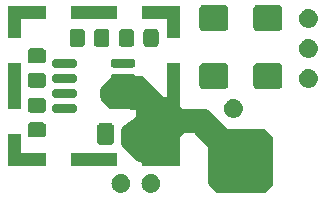
<source format=gbr>
G04 #@! TF.GenerationSoftware,KiCad,Pcbnew,7.0.5*
G04 #@! TF.CreationDate,2023-07-12T12:31:12+02:00*
G04 #@! TF.ProjectId,Tunnelling-Amp,54756e6e-656c-46c6-996e-672d416d702e,1.0*
G04 #@! TF.SameCoordinates,Original*
G04 #@! TF.FileFunction,Soldermask,Top*
G04 #@! TF.FilePolarity,Negative*
%FSLAX46Y46*%
G04 Gerber Fmt 4.6, Leading zero omitted, Abs format (unit mm)*
G04 Created by KiCad (PCBNEW 7.0.5) date 2023-07-12 12:31:12*
%MOMM*%
%LPD*%
G01*
G04 APERTURE LIST*
G04 APERTURE END LIST*
G36*
X111005517Y-123167882D02*
G01*
X111022062Y-123178938D01*
X111033118Y-123195483D01*
X111037000Y-123215000D01*
X111037000Y-126744246D01*
X111056029Y-126790186D01*
X111320813Y-127054970D01*
X111366755Y-127074000D01*
X113289000Y-127074000D01*
X113299765Y-127076457D01*
X113305814Y-127076721D01*
X113306262Y-127076681D01*
X113325866Y-127081934D01*
X113355056Y-127085223D01*
X113364462Y-127091133D01*
X113364946Y-127091334D01*
X113375777Y-127093806D01*
X113398741Y-127112119D01*
X113416314Y-127122265D01*
X113416604Y-127122611D01*
X113421069Y-127126703D01*
X113430421Y-127132579D01*
X113438152Y-127140310D01*
X115003813Y-128705970D01*
X115049755Y-128725000D01*
X118115000Y-128725000D01*
X118125765Y-128727457D01*
X118131814Y-128727721D01*
X118132262Y-128727681D01*
X118151866Y-128732934D01*
X118181056Y-128736223D01*
X118190462Y-128742133D01*
X118190946Y-128742334D01*
X118201777Y-128744806D01*
X118224741Y-128763119D01*
X118242314Y-128773265D01*
X118242604Y-128773611D01*
X118247069Y-128777703D01*
X118256421Y-128783579D01*
X118891422Y-129418579D01*
X118897296Y-129427928D01*
X118901385Y-129432390D01*
X118901730Y-129432679D01*
X118911876Y-129450253D01*
X118930194Y-129473223D01*
X118932667Y-129484060D01*
X118932862Y-129484530D01*
X118938777Y-129493944D01*
X118942065Y-129523131D01*
X118947318Y-129542734D01*
X118947279Y-129543186D01*
X118947542Y-129549233D01*
X118950000Y-129560000D01*
X118950000Y-133370000D01*
X118947542Y-133380768D01*
X118947278Y-133386812D01*
X118947317Y-133387266D01*
X118942066Y-133406864D01*
X118938777Y-133436056D01*
X118932859Y-133445473D01*
X118932668Y-133445934D01*
X118930194Y-133456777D01*
X118911875Y-133479746D01*
X118901732Y-133497316D01*
X118901387Y-133497606D01*
X118897299Y-133502067D01*
X118891422Y-133511421D01*
X118256421Y-134146421D01*
X118247070Y-134152296D01*
X118242606Y-134156387D01*
X118242315Y-134156732D01*
X118224748Y-134166874D01*
X118201777Y-134185194D01*
X118190942Y-134187666D01*
X118190465Y-134187864D01*
X118181056Y-134193777D01*
X118151858Y-134197066D01*
X118132266Y-134202316D01*
X118131818Y-134202277D01*
X118125772Y-134202541D01*
X118115000Y-134205000D01*
X118104060Y-134205000D01*
X114315938Y-134205000D01*
X114305000Y-134205000D01*
X114294233Y-134202542D01*
X114288186Y-134202279D01*
X114287734Y-134202318D01*
X114268131Y-134197065D01*
X114238944Y-134193777D01*
X114229530Y-134187862D01*
X114229060Y-134187667D01*
X114218223Y-134185194D01*
X114195253Y-134166876D01*
X114177679Y-134156730D01*
X114177390Y-134156385D01*
X114172928Y-134152296D01*
X114163579Y-134146422D01*
X113528579Y-133511421D01*
X113522706Y-133502074D01*
X113518613Y-133497608D01*
X113518268Y-133497318D01*
X113508119Y-133479741D01*
X113489806Y-133456777D01*
X113487334Y-133445946D01*
X113487133Y-133445462D01*
X113481223Y-133436056D01*
X113477934Y-133406866D01*
X113472681Y-133387262D01*
X113472721Y-133386814D01*
X113472457Y-133380765D01*
X113470000Y-133370000D01*
X113470000Y-133359067D01*
X113469999Y-133359062D01*
X113469999Y-130304754D01*
X113450969Y-130258812D01*
X112336187Y-129144030D01*
X112290245Y-129125000D01*
X111366755Y-129125000D01*
X111320812Y-129144030D01*
X111056028Y-129408813D01*
X111037000Y-129454752D01*
X111037000Y-130864999D01*
X111037000Y-130865000D01*
X111037000Y-131865000D01*
X111033118Y-131884517D01*
X111022062Y-131901062D01*
X111005517Y-131912118D01*
X110986000Y-131916000D01*
X109986000Y-131916000D01*
X107856000Y-131916000D01*
X107836483Y-131912118D01*
X107819938Y-131901062D01*
X107808882Y-131884517D01*
X107805000Y-131865000D01*
X107805000Y-131611222D01*
X107731778Y-131538000D01*
X107584942Y-131538000D01*
X107574000Y-131538000D01*
X107563226Y-131535540D01*
X107557180Y-131535277D01*
X107556732Y-131535316D01*
X107537140Y-131530066D01*
X107507944Y-131526777D01*
X107498536Y-131520865D01*
X107498054Y-131520666D01*
X107487223Y-131518194D01*
X107464254Y-131499876D01*
X107446684Y-131489732D01*
X107446394Y-131489387D01*
X107441931Y-131485298D01*
X107432578Y-131479421D01*
X106162579Y-130209421D01*
X106156706Y-130200074D01*
X106152613Y-130195608D01*
X106152268Y-130195318D01*
X106142119Y-130177741D01*
X106123806Y-130154777D01*
X106121334Y-130143946D01*
X106121133Y-130143462D01*
X106115223Y-130134056D01*
X106111934Y-130104866D01*
X106106681Y-130085262D01*
X106106721Y-130084814D01*
X106106457Y-130078765D01*
X106104000Y-130068000D01*
X106104000Y-128798000D01*
X106109410Y-128774295D01*
X106109446Y-128773936D01*
X106109794Y-128759051D01*
X106113000Y-128750847D01*
X106116344Y-128738929D01*
X106117873Y-128730255D01*
X106120422Y-128725839D01*
X106123672Y-128711501D01*
X106123770Y-128711376D01*
X106123806Y-128711223D01*
X106132973Y-128699727D01*
X106134829Y-128694977D01*
X106140646Y-128688366D01*
X106147863Y-128678311D01*
X106152267Y-128670682D01*
X106163672Y-128661113D01*
X106163925Y-128660865D01*
X106179061Y-128641826D01*
X106187593Y-128634999D01*
X106187598Y-128634995D01*
X107349325Y-127705614D01*
X107373999Y-127654277D01*
X107374000Y-127263117D01*
X107310284Y-127191929D01*
X106423368Y-127093383D01*
X106416461Y-127093000D01*
X105298942Y-127093000D01*
X105288000Y-127093000D01*
X105277226Y-127090540D01*
X105271180Y-127090277D01*
X105270732Y-127090316D01*
X105251141Y-127085066D01*
X105221944Y-127081777D01*
X105212532Y-127075863D01*
X105212059Y-127075667D01*
X105201223Y-127073194D01*
X105178253Y-127054876D01*
X105160679Y-127044730D01*
X105160390Y-127044385D01*
X105155928Y-127040296D01*
X105146579Y-127034422D01*
X104384579Y-126272421D01*
X104378706Y-126263074D01*
X104374613Y-126258608D01*
X104374268Y-126258318D01*
X104364119Y-126240741D01*
X104345806Y-126217777D01*
X104343334Y-126206946D01*
X104343133Y-126206462D01*
X104337223Y-126197056D01*
X104333934Y-126167866D01*
X104328681Y-126148262D01*
X104328721Y-126147814D01*
X104328457Y-126141765D01*
X104326000Y-126131000D01*
X104326000Y-125369000D01*
X104328457Y-125358234D01*
X104328721Y-125352185D01*
X104328681Y-125351736D01*
X104333934Y-125332129D01*
X104337223Y-125302944D01*
X104343132Y-125293539D01*
X104343334Y-125293051D01*
X104345806Y-125282223D01*
X104364117Y-125259261D01*
X104374267Y-125241682D01*
X104374613Y-125241392D01*
X104378706Y-125236925D01*
X104384579Y-125227579D01*
X104392305Y-125219852D01*
X104392308Y-125219849D01*
X105185970Y-124426186D01*
X105205000Y-124380244D01*
X105205000Y-124338195D01*
X105205000Y-124338194D01*
X105205000Y-124330000D01*
X105208190Y-124313960D01*
X105212528Y-124281012D01*
X105216392Y-124272723D01*
X105220300Y-124253081D01*
X105237684Y-124227063D01*
X105242928Y-124215819D01*
X105249769Y-124208977D01*
X105263872Y-124187872D01*
X105284977Y-124173769D01*
X105291819Y-124166928D01*
X105303063Y-124161684D01*
X105329081Y-124144300D01*
X105348723Y-124140392D01*
X105357012Y-124136528D01*
X105389961Y-124132190D01*
X105406000Y-124129000D01*
X107056000Y-124129000D01*
X107072040Y-124132190D01*
X107104987Y-124136528D01*
X107113274Y-124140392D01*
X107132919Y-124144300D01*
X107158938Y-124161686D01*
X107170180Y-124166928D01*
X107177019Y-124173767D01*
X107198128Y-124187872D01*
X107212232Y-124208980D01*
X107219070Y-124215818D01*
X107224310Y-124227055D01*
X107235589Y-124243935D01*
X107292198Y-124280000D01*
X107828000Y-124280000D01*
X107838765Y-124282457D01*
X107844814Y-124282721D01*
X107845262Y-124282681D01*
X107864866Y-124287934D01*
X107894056Y-124291223D01*
X107903462Y-124297133D01*
X107903946Y-124297334D01*
X107914777Y-124299806D01*
X107937741Y-124318119D01*
X107955314Y-124328265D01*
X107955604Y-124328611D01*
X107960069Y-124332703D01*
X107969421Y-124338579D01*
X107977152Y-124346310D01*
X109669813Y-126038970D01*
X109715755Y-126058000D01*
X109861778Y-126058000D01*
X109935000Y-125984778D01*
X109935000Y-123215000D01*
X109938882Y-123195483D01*
X109949938Y-123178938D01*
X109966483Y-123167882D01*
X109986000Y-123164000D01*
X110986000Y-123164000D01*
X111005517Y-123167882D01*
G37*
G36*
X106095023Y-132574073D02*
G01*
X106133657Y-132574073D01*
X106177240Y-132583336D01*
X106228239Y-132589083D01*
X106265321Y-132602058D01*
X106297306Y-132608857D01*
X106343401Y-132629379D01*
X106397541Y-132648324D01*
X106425719Y-132666029D01*
X106450157Y-132676910D01*
X106495720Y-132710014D01*
X106549415Y-132743753D01*
X106568700Y-132763038D01*
X106585512Y-132775253D01*
X106627076Y-132821414D01*
X106676247Y-132870585D01*
X106687555Y-132888582D01*
X106697467Y-132899590D01*
X106731376Y-132958322D01*
X106771676Y-133022459D01*
X106776707Y-133036838D01*
X106781120Y-133044481D01*
X106803718Y-133114030D01*
X106830917Y-133191761D01*
X106831948Y-133200913D01*
X106832823Y-133203606D01*
X106840750Y-133279038D01*
X106851000Y-133370000D01*
X106840750Y-133460969D01*
X106832823Y-133536393D01*
X106831948Y-133539084D01*
X106830917Y-133548239D01*
X106803713Y-133625982D01*
X106781120Y-133695518D01*
X106776708Y-133703159D01*
X106771676Y-133717541D01*
X106731369Y-133781688D01*
X106697467Y-133840409D01*
X106687557Y-133851414D01*
X106676247Y-133869415D01*
X106627067Y-133918594D01*
X106585512Y-133964746D01*
X106568704Y-133976957D01*
X106549415Y-133996247D01*
X106495710Y-134029992D01*
X106450157Y-134063089D01*
X106425725Y-134073966D01*
X106397541Y-134091676D01*
X106343391Y-134110623D01*
X106297306Y-134131142D01*
X106265327Y-134137939D01*
X106228239Y-134150917D01*
X106177237Y-134156663D01*
X106133657Y-134165927D01*
X106095023Y-134165927D01*
X106050000Y-134171000D01*
X106004977Y-134165927D01*
X105966343Y-134165927D01*
X105922761Y-134156663D01*
X105871761Y-134150917D01*
X105834674Y-134137939D01*
X105802693Y-134131142D01*
X105756603Y-134110622D01*
X105702459Y-134091676D01*
X105674277Y-134073968D01*
X105649842Y-134063089D01*
X105604282Y-134029987D01*
X105550585Y-133996247D01*
X105531298Y-133976960D01*
X105514487Y-133964746D01*
X105472922Y-133918584D01*
X105423753Y-133869415D01*
X105412444Y-133851418D01*
X105402532Y-133840409D01*
X105368618Y-133781668D01*
X105328324Y-133717541D01*
X105323293Y-133703163D01*
X105318879Y-133695518D01*
X105296272Y-133625942D01*
X105269083Y-133548239D01*
X105268052Y-133539089D01*
X105267176Y-133536393D01*
X105259235Y-133460837D01*
X105249000Y-133370000D01*
X105259234Y-133279170D01*
X105267176Y-133203606D01*
X105268052Y-133200909D01*
X105269083Y-133191761D01*
X105296267Y-133114070D01*
X105318879Y-133044481D01*
X105323293Y-133036834D01*
X105328324Y-133022459D01*
X105368611Y-132958342D01*
X105402532Y-132899590D01*
X105412446Y-132888578D01*
X105423753Y-132870585D01*
X105472913Y-132821424D01*
X105514487Y-132775253D01*
X105531301Y-132763036D01*
X105550585Y-132743753D01*
X105604278Y-132710015D01*
X105649846Y-132676908D01*
X105674284Y-132666027D01*
X105702459Y-132648324D01*
X105756587Y-132629383D01*
X105802689Y-132608858D01*
X105834679Y-132602058D01*
X105871761Y-132589083D01*
X105922759Y-132583336D01*
X105966343Y-132574073D01*
X106004977Y-132574073D01*
X106050000Y-132569000D01*
X106095023Y-132574073D01*
G37*
G36*
X108635023Y-132574073D02*
G01*
X108673657Y-132574073D01*
X108717240Y-132583336D01*
X108768239Y-132589083D01*
X108805321Y-132602058D01*
X108837306Y-132608857D01*
X108883401Y-132629379D01*
X108937541Y-132648324D01*
X108965719Y-132666029D01*
X108990157Y-132676910D01*
X109035720Y-132710014D01*
X109089415Y-132743753D01*
X109108700Y-132763038D01*
X109125512Y-132775253D01*
X109167076Y-132821414D01*
X109216247Y-132870585D01*
X109227555Y-132888582D01*
X109237467Y-132899590D01*
X109271376Y-132958322D01*
X109311676Y-133022459D01*
X109316707Y-133036838D01*
X109321120Y-133044481D01*
X109343718Y-133114030D01*
X109370917Y-133191761D01*
X109371948Y-133200913D01*
X109372823Y-133203606D01*
X109380750Y-133279038D01*
X109391000Y-133370000D01*
X109380750Y-133460969D01*
X109372823Y-133536393D01*
X109371948Y-133539084D01*
X109370917Y-133548239D01*
X109343713Y-133625982D01*
X109321120Y-133695518D01*
X109316708Y-133703159D01*
X109311676Y-133717541D01*
X109271369Y-133781688D01*
X109237467Y-133840409D01*
X109227557Y-133851414D01*
X109216247Y-133869415D01*
X109167067Y-133918594D01*
X109125512Y-133964746D01*
X109108704Y-133976957D01*
X109089415Y-133996247D01*
X109035710Y-134029992D01*
X108990157Y-134063089D01*
X108965725Y-134073966D01*
X108937541Y-134091676D01*
X108883391Y-134110623D01*
X108837306Y-134131142D01*
X108805327Y-134137939D01*
X108768239Y-134150917D01*
X108717237Y-134156663D01*
X108673657Y-134165927D01*
X108635023Y-134165927D01*
X108590000Y-134171000D01*
X108544977Y-134165927D01*
X108506343Y-134165927D01*
X108462761Y-134156663D01*
X108411761Y-134150917D01*
X108374674Y-134137939D01*
X108342693Y-134131142D01*
X108296603Y-134110622D01*
X108242459Y-134091676D01*
X108214277Y-134073968D01*
X108189842Y-134063089D01*
X108144282Y-134029987D01*
X108090585Y-133996247D01*
X108071298Y-133976960D01*
X108054487Y-133964746D01*
X108012922Y-133918584D01*
X107963753Y-133869415D01*
X107952444Y-133851418D01*
X107942532Y-133840409D01*
X107908618Y-133781668D01*
X107868324Y-133717541D01*
X107863293Y-133703163D01*
X107858879Y-133695518D01*
X107836272Y-133625942D01*
X107809083Y-133548239D01*
X107808052Y-133539089D01*
X107807176Y-133536393D01*
X107799235Y-133460837D01*
X107789000Y-133370000D01*
X107799234Y-133279170D01*
X107807176Y-133203606D01*
X107808052Y-133200909D01*
X107809083Y-133191761D01*
X107836267Y-133114070D01*
X107858879Y-133044481D01*
X107863293Y-133036834D01*
X107868324Y-133022459D01*
X107908611Y-132958342D01*
X107942532Y-132899590D01*
X107952446Y-132888578D01*
X107963753Y-132870585D01*
X108012913Y-132821424D01*
X108054487Y-132775253D01*
X108071301Y-132763036D01*
X108090585Y-132743753D01*
X108144278Y-132710015D01*
X108189846Y-132676908D01*
X108214284Y-132666027D01*
X108242459Y-132648324D01*
X108296587Y-132629383D01*
X108342689Y-132608858D01*
X108374679Y-132602058D01*
X108411761Y-132589083D01*
X108462759Y-132583336D01*
X108506343Y-132574073D01*
X108544977Y-132574073D01*
X108590000Y-132569000D01*
X108635023Y-132574073D01*
G37*
G36*
X97545517Y-129167882D02*
G01*
X97562062Y-129178938D01*
X97573118Y-129195483D01*
X97577000Y-129215000D01*
X97577000Y-130740778D01*
X97650222Y-130814000D01*
X99656000Y-130814000D01*
X99675517Y-130817882D01*
X99692062Y-130828938D01*
X99703118Y-130845483D01*
X99707000Y-130865000D01*
X99707000Y-131865000D01*
X99703118Y-131884517D01*
X99692062Y-131901062D01*
X99675517Y-131912118D01*
X99656000Y-131916000D01*
X97526000Y-131916000D01*
X96526000Y-131916000D01*
X96506483Y-131912118D01*
X96489938Y-131901062D01*
X96478882Y-131884517D01*
X96475000Y-131865000D01*
X96475000Y-130865000D01*
X96475000Y-129227310D01*
X96475000Y-129215000D01*
X96478882Y-129195483D01*
X96489938Y-129178938D01*
X96506483Y-129167882D01*
X96526000Y-129164000D01*
X97526000Y-129164000D01*
X97545517Y-129167882D01*
G37*
G36*
X105675517Y-130817882D02*
G01*
X105692062Y-130828938D01*
X105703118Y-130845483D01*
X105707000Y-130865000D01*
X105707000Y-131865000D01*
X105703118Y-131884517D01*
X105692062Y-131901062D01*
X105675517Y-131912118D01*
X105656000Y-131916000D01*
X101856000Y-131916000D01*
X101836483Y-131912118D01*
X101819938Y-131901062D01*
X101808882Y-131884517D01*
X101805000Y-131865000D01*
X101805000Y-130865000D01*
X101808882Y-130845483D01*
X101819938Y-130828938D01*
X101836483Y-130817882D01*
X101856000Y-130814000D01*
X105656000Y-130814000D01*
X105675517Y-130817882D01*
G37*
G36*
X105214914Y-128260995D02*
G01*
X105230726Y-128267976D01*
X105238531Y-128269213D01*
X105271039Y-128285776D01*
X105316106Y-128305676D01*
X105394324Y-128383894D01*
X105414226Y-128428967D01*
X105430786Y-128461468D01*
X105432021Y-128469270D01*
X105439005Y-128485086D01*
X105447000Y-128554000D01*
X105447000Y-129804000D01*
X105439005Y-129872914D01*
X105432021Y-129888729D01*
X105430786Y-129896531D01*
X105414229Y-129929024D01*
X105394324Y-129974106D01*
X105316106Y-130052324D01*
X105271024Y-130072229D01*
X105238531Y-130088786D01*
X105230729Y-130090021D01*
X105214914Y-130097005D01*
X105146000Y-130105000D01*
X104346000Y-130105000D01*
X104277086Y-130097005D01*
X104261270Y-130090021D01*
X104253468Y-130088786D01*
X104220967Y-130072226D01*
X104175894Y-130052324D01*
X104097676Y-129974106D01*
X104077776Y-129929039D01*
X104061213Y-129896531D01*
X104059976Y-129888726D01*
X104052995Y-129872914D01*
X104045000Y-129804000D01*
X104045000Y-128554000D01*
X104052995Y-128485086D01*
X104059976Y-128469274D01*
X104061213Y-128461468D01*
X104077780Y-128428953D01*
X104097676Y-128383894D01*
X104175894Y-128305676D01*
X104220953Y-128285780D01*
X104253468Y-128269213D01*
X104261274Y-128267976D01*
X104277086Y-128260995D01*
X104346000Y-128253000D01*
X105146000Y-128253000D01*
X105214914Y-128260995D01*
G37*
G36*
X99473914Y-128188995D02*
G01*
X99489726Y-128195976D01*
X99497531Y-128197213D01*
X99530039Y-128213776D01*
X99575106Y-128233676D01*
X99653324Y-128311894D01*
X99673226Y-128356967D01*
X99689786Y-128389468D01*
X99691021Y-128397270D01*
X99698005Y-128413086D01*
X99706000Y-128482000D01*
X99706000Y-129157000D01*
X99698005Y-129225914D01*
X99691021Y-129241729D01*
X99689786Y-129249531D01*
X99673229Y-129282024D01*
X99653324Y-129327106D01*
X99575106Y-129405324D01*
X99530024Y-129425229D01*
X99497531Y-129441786D01*
X99489729Y-129443021D01*
X99473914Y-129450005D01*
X99405000Y-129458000D01*
X98455000Y-129458000D01*
X98386086Y-129450005D01*
X98370270Y-129443021D01*
X98362468Y-129441786D01*
X98329967Y-129425226D01*
X98284894Y-129405324D01*
X98206676Y-129327106D01*
X98186776Y-129282039D01*
X98170213Y-129249531D01*
X98168976Y-129241726D01*
X98161995Y-129225914D01*
X98154000Y-129157000D01*
X98154000Y-128482000D01*
X98161995Y-128413086D01*
X98168976Y-128397274D01*
X98170213Y-128389468D01*
X98186780Y-128356953D01*
X98206676Y-128311894D01*
X98284894Y-128233676D01*
X98329953Y-128213780D01*
X98362468Y-128197213D01*
X98370274Y-128195976D01*
X98386086Y-128188995D01*
X98455000Y-128181000D01*
X99405000Y-128181000D01*
X99473914Y-128188995D01*
G37*
G36*
X115620023Y-126224073D02*
G01*
X115658657Y-126224073D01*
X115702240Y-126233336D01*
X115753239Y-126239083D01*
X115790321Y-126252058D01*
X115822306Y-126258857D01*
X115868401Y-126279379D01*
X115922541Y-126298324D01*
X115950719Y-126316029D01*
X115975157Y-126326910D01*
X116020720Y-126360014D01*
X116074415Y-126393753D01*
X116093700Y-126413038D01*
X116110512Y-126425253D01*
X116152076Y-126471414D01*
X116201247Y-126520585D01*
X116212555Y-126538582D01*
X116222467Y-126549590D01*
X116256376Y-126608322D01*
X116296676Y-126672459D01*
X116301707Y-126686838D01*
X116306120Y-126694481D01*
X116328718Y-126764030D01*
X116355917Y-126841761D01*
X116356948Y-126850913D01*
X116357823Y-126853606D01*
X116365750Y-126929038D01*
X116376000Y-127020000D01*
X116365750Y-127110969D01*
X116357823Y-127186393D01*
X116356948Y-127189084D01*
X116355917Y-127198239D01*
X116328713Y-127275982D01*
X116306120Y-127345518D01*
X116301708Y-127353159D01*
X116296676Y-127367541D01*
X116256369Y-127431688D01*
X116222467Y-127490409D01*
X116212557Y-127501414D01*
X116201247Y-127519415D01*
X116152067Y-127568594D01*
X116110512Y-127614746D01*
X116093704Y-127626957D01*
X116074415Y-127646247D01*
X116020710Y-127679992D01*
X115975157Y-127713089D01*
X115950725Y-127723966D01*
X115922541Y-127741676D01*
X115868391Y-127760623D01*
X115822306Y-127781142D01*
X115790327Y-127787939D01*
X115753239Y-127800917D01*
X115702237Y-127806663D01*
X115658657Y-127815927D01*
X115620023Y-127815927D01*
X115575000Y-127821000D01*
X115529977Y-127815927D01*
X115491343Y-127815927D01*
X115447761Y-127806663D01*
X115396761Y-127800917D01*
X115359674Y-127787939D01*
X115327693Y-127781142D01*
X115281603Y-127760622D01*
X115227459Y-127741676D01*
X115199277Y-127723968D01*
X115174842Y-127713089D01*
X115129282Y-127679987D01*
X115075585Y-127646247D01*
X115056298Y-127626960D01*
X115039487Y-127614746D01*
X114997922Y-127568584D01*
X114948753Y-127519415D01*
X114937444Y-127501418D01*
X114927532Y-127490409D01*
X114893618Y-127431668D01*
X114853324Y-127367541D01*
X114848293Y-127353163D01*
X114843879Y-127345518D01*
X114821272Y-127275942D01*
X114794083Y-127198239D01*
X114793052Y-127189089D01*
X114792176Y-127186393D01*
X114784235Y-127110837D01*
X114774000Y-127020000D01*
X114784234Y-126929170D01*
X114792176Y-126853606D01*
X114793052Y-126850909D01*
X114794083Y-126841761D01*
X114821267Y-126764070D01*
X114843879Y-126694481D01*
X114848293Y-126686834D01*
X114853324Y-126672459D01*
X114893611Y-126608342D01*
X114927532Y-126549590D01*
X114937446Y-126538578D01*
X114948753Y-126520585D01*
X114997913Y-126471424D01*
X115039487Y-126425253D01*
X115056301Y-126413036D01*
X115075585Y-126393753D01*
X115129278Y-126360015D01*
X115174846Y-126326908D01*
X115199284Y-126316027D01*
X115227459Y-126298324D01*
X115281587Y-126279383D01*
X115327689Y-126258858D01*
X115359679Y-126252058D01*
X115396761Y-126239083D01*
X115447759Y-126233336D01*
X115491343Y-126224073D01*
X115529977Y-126224073D01*
X115575000Y-126219000D01*
X115620023Y-126224073D01*
G37*
G36*
X99473914Y-126113995D02*
G01*
X99489726Y-126120976D01*
X99497531Y-126122213D01*
X99530039Y-126138776D01*
X99575106Y-126158676D01*
X99653324Y-126236894D01*
X99673226Y-126281967D01*
X99689786Y-126314468D01*
X99691021Y-126322270D01*
X99698005Y-126338086D01*
X99706000Y-126407000D01*
X99706000Y-127082000D01*
X99698005Y-127150914D01*
X99691021Y-127166729D01*
X99689786Y-127174531D01*
X99673229Y-127207024D01*
X99653324Y-127252106D01*
X99575106Y-127330324D01*
X99530024Y-127350229D01*
X99497531Y-127366786D01*
X99489729Y-127368021D01*
X99473914Y-127375005D01*
X99405000Y-127383000D01*
X98455000Y-127383000D01*
X98386086Y-127375005D01*
X98370270Y-127368021D01*
X98362468Y-127366786D01*
X98329967Y-127350226D01*
X98284894Y-127330324D01*
X98206676Y-127252106D01*
X98186776Y-127207039D01*
X98170213Y-127174531D01*
X98168976Y-127166726D01*
X98161995Y-127150914D01*
X98154000Y-127082000D01*
X98154000Y-126407000D01*
X98161995Y-126338086D01*
X98168976Y-126322274D01*
X98170213Y-126314468D01*
X98186780Y-126281953D01*
X98206676Y-126236894D01*
X98284894Y-126158676D01*
X98329953Y-126138780D01*
X98362468Y-126122213D01*
X98370274Y-126120976D01*
X98386086Y-126113995D01*
X98455000Y-126106000D01*
X99405000Y-126106000D01*
X99473914Y-126113995D01*
G37*
G36*
X102122040Y-126672190D02*
G01*
X102154987Y-126676528D01*
X102163274Y-126680392D01*
X102182919Y-126684300D01*
X102208938Y-126701686D01*
X102220180Y-126706928D01*
X102227019Y-126713767D01*
X102248128Y-126727872D01*
X102262232Y-126748980D01*
X102269071Y-126755819D01*
X102274312Y-126767058D01*
X102291700Y-126793081D01*
X102295607Y-126812727D01*
X102299471Y-126821012D01*
X102303806Y-126853946D01*
X102307000Y-126870000D01*
X102307000Y-127170000D01*
X102303806Y-127186054D01*
X102299471Y-127218987D01*
X102295608Y-127227270D01*
X102291700Y-127246919D01*
X102274310Y-127272943D01*
X102269071Y-127284180D01*
X102262234Y-127291016D01*
X102248128Y-127312128D01*
X102227016Y-127326234D01*
X102220180Y-127333071D01*
X102208943Y-127338310D01*
X102182919Y-127355700D01*
X102163270Y-127359608D01*
X102154987Y-127363471D01*
X102122054Y-127367806D01*
X102106000Y-127371000D01*
X100456000Y-127371000D01*
X100439946Y-127367806D01*
X100407012Y-127363471D01*
X100398727Y-127359607D01*
X100379081Y-127355700D01*
X100353058Y-127338312D01*
X100341819Y-127333071D01*
X100334980Y-127326232D01*
X100313872Y-127312128D01*
X100299767Y-127291019D01*
X100292928Y-127284180D01*
X100287686Y-127272938D01*
X100270300Y-127246919D01*
X100266392Y-127227274D01*
X100262528Y-127218987D01*
X100258190Y-127186040D01*
X100255000Y-127170000D01*
X100255000Y-126870000D01*
X100258190Y-126853961D01*
X100262528Y-126821012D01*
X100266392Y-126812723D01*
X100270300Y-126793081D01*
X100287684Y-126767063D01*
X100292928Y-126755819D01*
X100299769Y-126748977D01*
X100313872Y-126727872D01*
X100334977Y-126713769D01*
X100341819Y-126706928D01*
X100353063Y-126701684D01*
X100379081Y-126684300D01*
X100398723Y-126680392D01*
X100407012Y-126676528D01*
X100439961Y-126672190D01*
X100456000Y-126669000D01*
X102106000Y-126669000D01*
X102122040Y-126672190D01*
G37*
G36*
X97545517Y-123167882D02*
G01*
X97562062Y-123178938D01*
X97573118Y-123195483D01*
X97577000Y-123215000D01*
X97577000Y-127015000D01*
X97573118Y-127034517D01*
X97562062Y-127051062D01*
X97545517Y-127062118D01*
X97526000Y-127066000D01*
X96526000Y-127066000D01*
X96506483Y-127062118D01*
X96489938Y-127051062D01*
X96478882Y-127034517D01*
X96475000Y-127015000D01*
X96475000Y-123215000D01*
X96478882Y-123195483D01*
X96489938Y-123178938D01*
X96506483Y-123167882D01*
X96526000Y-123164000D01*
X97526000Y-123164000D01*
X97545517Y-123167882D01*
G37*
G36*
X102122040Y-125402190D02*
G01*
X102154987Y-125406528D01*
X102163274Y-125410392D01*
X102182919Y-125414300D01*
X102208938Y-125431686D01*
X102220180Y-125436928D01*
X102227019Y-125443767D01*
X102248128Y-125457872D01*
X102262232Y-125478980D01*
X102269071Y-125485819D01*
X102274312Y-125497058D01*
X102291700Y-125523081D01*
X102295607Y-125542727D01*
X102299471Y-125551012D01*
X102303806Y-125583946D01*
X102307000Y-125600000D01*
X102307000Y-125900000D01*
X102303806Y-125916054D01*
X102299471Y-125948987D01*
X102295608Y-125957270D01*
X102291700Y-125976919D01*
X102274310Y-126002943D01*
X102269071Y-126014180D01*
X102262234Y-126021016D01*
X102248128Y-126042128D01*
X102227016Y-126056234D01*
X102220180Y-126063071D01*
X102208943Y-126068310D01*
X102182919Y-126085700D01*
X102163270Y-126089608D01*
X102154987Y-126093471D01*
X102122054Y-126097806D01*
X102106000Y-126101000D01*
X100456000Y-126101000D01*
X100439946Y-126097806D01*
X100407012Y-126093471D01*
X100398727Y-126089607D01*
X100379081Y-126085700D01*
X100353058Y-126068312D01*
X100341819Y-126063071D01*
X100334980Y-126056232D01*
X100313872Y-126042128D01*
X100299767Y-126021019D01*
X100292928Y-126014180D01*
X100287686Y-126002938D01*
X100270300Y-125976919D01*
X100266392Y-125957274D01*
X100262528Y-125948987D01*
X100258190Y-125916040D01*
X100255000Y-125900000D01*
X100255000Y-125600000D01*
X100258190Y-125583961D01*
X100262528Y-125551012D01*
X100266392Y-125542723D01*
X100270300Y-125523081D01*
X100287684Y-125497063D01*
X100292928Y-125485819D01*
X100299769Y-125478977D01*
X100313872Y-125457872D01*
X100334977Y-125443769D01*
X100341819Y-125436928D01*
X100353063Y-125431684D01*
X100379081Y-125414300D01*
X100398723Y-125410392D01*
X100407012Y-125406528D01*
X100439961Y-125402190D01*
X100456000Y-125399000D01*
X102106000Y-125399000D01*
X102122040Y-125402190D01*
G37*
G36*
X114917914Y-123194995D02*
G01*
X114933726Y-123201976D01*
X114941531Y-123203213D01*
X114974039Y-123219776D01*
X115019106Y-123239676D01*
X115097324Y-123317894D01*
X115117226Y-123362967D01*
X115133786Y-123395468D01*
X115135021Y-123403270D01*
X115142005Y-123419086D01*
X115150000Y-123488000D01*
X115150000Y-125063000D01*
X115142005Y-125131914D01*
X115135021Y-125147729D01*
X115133786Y-125155531D01*
X115117229Y-125188024D01*
X115097324Y-125233106D01*
X115019106Y-125311324D01*
X114974024Y-125331229D01*
X114941531Y-125347786D01*
X114933729Y-125349021D01*
X114917914Y-125356005D01*
X114849000Y-125364000D01*
X112999000Y-125364000D01*
X112930086Y-125356005D01*
X112914270Y-125349021D01*
X112906468Y-125347786D01*
X112873967Y-125331226D01*
X112828894Y-125311324D01*
X112750676Y-125233106D01*
X112730776Y-125188039D01*
X112714213Y-125155531D01*
X112712976Y-125147726D01*
X112705995Y-125131914D01*
X112698000Y-125063000D01*
X112698000Y-123488000D01*
X112705995Y-123419086D01*
X112712976Y-123403274D01*
X112714213Y-123395468D01*
X112730780Y-123362953D01*
X112750676Y-123317894D01*
X112828894Y-123239676D01*
X112873953Y-123219780D01*
X112906468Y-123203213D01*
X112914274Y-123201976D01*
X112930086Y-123194995D01*
X112999000Y-123187000D01*
X114849000Y-123187000D01*
X114917914Y-123194995D01*
G37*
G36*
X119489914Y-123194995D02*
G01*
X119505726Y-123201976D01*
X119513531Y-123203213D01*
X119546039Y-123219776D01*
X119591106Y-123239676D01*
X119669324Y-123317894D01*
X119689226Y-123362967D01*
X119705786Y-123395468D01*
X119707021Y-123403270D01*
X119714005Y-123419086D01*
X119722000Y-123488000D01*
X119722000Y-125063000D01*
X119714005Y-125131914D01*
X119707021Y-125147729D01*
X119705786Y-125155531D01*
X119689229Y-125188024D01*
X119669324Y-125233106D01*
X119591106Y-125311324D01*
X119546024Y-125331229D01*
X119513531Y-125347786D01*
X119505729Y-125349021D01*
X119489914Y-125356005D01*
X119421000Y-125364000D01*
X117571000Y-125364000D01*
X117502086Y-125356005D01*
X117486270Y-125349021D01*
X117478468Y-125347786D01*
X117445967Y-125331226D01*
X117400894Y-125311324D01*
X117322676Y-125233106D01*
X117302776Y-125188039D01*
X117286213Y-125155531D01*
X117284976Y-125147726D01*
X117277995Y-125131914D01*
X117270000Y-125063000D01*
X117270000Y-123488000D01*
X117277995Y-123419086D01*
X117284976Y-123403274D01*
X117286213Y-123395468D01*
X117302780Y-123362953D01*
X117322676Y-123317894D01*
X117400894Y-123239676D01*
X117445953Y-123219780D01*
X117478468Y-123203213D01*
X117486274Y-123201976D01*
X117502086Y-123194995D01*
X117571000Y-123187000D01*
X119421000Y-123187000D01*
X119489914Y-123194995D01*
G37*
G36*
X121970023Y-123684073D02*
G01*
X122008657Y-123684073D01*
X122052240Y-123693336D01*
X122103239Y-123699083D01*
X122140321Y-123712058D01*
X122172306Y-123718857D01*
X122218401Y-123739379D01*
X122272541Y-123758324D01*
X122300719Y-123776029D01*
X122325157Y-123786910D01*
X122370720Y-123820014D01*
X122424415Y-123853753D01*
X122443700Y-123873038D01*
X122460512Y-123885253D01*
X122502076Y-123931414D01*
X122551247Y-123980585D01*
X122562555Y-123998582D01*
X122572467Y-124009590D01*
X122606376Y-124068322D01*
X122646676Y-124132459D01*
X122651707Y-124146838D01*
X122656120Y-124154481D01*
X122678718Y-124224030D01*
X122705917Y-124301761D01*
X122706948Y-124310913D01*
X122707823Y-124313606D01*
X122715750Y-124389038D01*
X122726000Y-124480000D01*
X122715750Y-124570969D01*
X122707823Y-124646393D01*
X122706948Y-124649084D01*
X122705917Y-124658239D01*
X122678713Y-124735982D01*
X122656120Y-124805518D01*
X122651708Y-124813159D01*
X122646676Y-124827541D01*
X122606369Y-124891688D01*
X122572467Y-124950409D01*
X122562557Y-124961414D01*
X122551247Y-124979415D01*
X122502067Y-125028594D01*
X122460512Y-125074746D01*
X122443704Y-125086957D01*
X122424415Y-125106247D01*
X122370710Y-125139992D01*
X122325157Y-125173089D01*
X122300725Y-125183966D01*
X122272541Y-125201676D01*
X122218391Y-125220623D01*
X122172306Y-125241142D01*
X122140327Y-125247939D01*
X122103239Y-125260917D01*
X122052237Y-125266663D01*
X122008657Y-125275927D01*
X121970023Y-125275927D01*
X121925000Y-125281000D01*
X121879977Y-125275927D01*
X121841343Y-125275927D01*
X121797761Y-125266663D01*
X121746761Y-125260917D01*
X121709674Y-125247939D01*
X121677693Y-125241142D01*
X121631603Y-125220622D01*
X121577459Y-125201676D01*
X121549277Y-125183968D01*
X121524842Y-125173089D01*
X121479282Y-125139987D01*
X121425585Y-125106247D01*
X121406298Y-125086960D01*
X121389487Y-125074746D01*
X121347922Y-125028584D01*
X121298753Y-124979415D01*
X121287444Y-124961418D01*
X121277532Y-124950409D01*
X121243618Y-124891668D01*
X121203324Y-124827541D01*
X121198293Y-124813163D01*
X121193879Y-124805518D01*
X121171272Y-124735942D01*
X121144083Y-124658239D01*
X121143052Y-124649089D01*
X121142176Y-124646393D01*
X121134235Y-124570837D01*
X121124000Y-124480000D01*
X121134234Y-124389170D01*
X121142176Y-124313606D01*
X121143052Y-124310909D01*
X121144083Y-124301761D01*
X121171267Y-124224070D01*
X121193879Y-124154481D01*
X121198293Y-124146834D01*
X121203324Y-124132459D01*
X121243611Y-124068342D01*
X121277532Y-124009590D01*
X121287446Y-123998578D01*
X121298753Y-123980585D01*
X121347913Y-123931424D01*
X121389487Y-123885253D01*
X121406301Y-123873036D01*
X121425585Y-123853753D01*
X121479278Y-123820015D01*
X121524846Y-123786908D01*
X121549284Y-123776027D01*
X121577459Y-123758324D01*
X121631587Y-123739383D01*
X121677689Y-123718858D01*
X121709679Y-123712058D01*
X121746761Y-123699083D01*
X121797759Y-123693336D01*
X121841343Y-123684073D01*
X121879977Y-123684073D01*
X121925000Y-123679000D01*
X121970023Y-123684073D01*
G37*
G36*
X99473914Y-123997995D02*
G01*
X99489726Y-124004976D01*
X99497531Y-124006213D01*
X99530039Y-124022776D01*
X99575106Y-124042676D01*
X99653324Y-124120894D01*
X99673226Y-124165967D01*
X99689786Y-124198468D01*
X99691021Y-124206270D01*
X99698005Y-124222086D01*
X99706000Y-124291000D01*
X99706000Y-124966000D01*
X99698005Y-125034914D01*
X99691021Y-125050729D01*
X99689786Y-125058531D01*
X99673229Y-125091024D01*
X99653324Y-125136106D01*
X99575106Y-125214324D01*
X99530024Y-125234229D01*
X99497531Y-125250786D01*
X99489729Y-125252021D01*
X99473914Y-125259005D01*
X99405000Y-125267000D01*
X98455000Y-125267000D01*
X98386086Y-125259005D01*
X98370270Y-125252021D01*
X98362468Y-125250786D01*
X98329967Y-125234226D01*
X98284894Y-125214324D01*
X98206676Y-125136106D01*
X98186776Y-125091039D01*
X98170213Y-125058531D01*
X98168976Y-125050726D01*
X98161995Y-125034914D01*
X98154000Y-124966000D01*
X98154000Y-124291000D01*
X98161995Y-124222086D01*
X98168976Y-124206274D01*
X98170213Y-124198468D01*
X98186780Y-124165953D01*
X98206676Y-124120894D01*
X98284894Y-124042676D01*
X98329953Y-124022780D01*
X98362468Y-124006213D01*
X98370274Y-124004976D01*
X98386086Y-123997995D01*
X98455000Y-123990000D01*
X99405000Y-123990000D01*
X99473914Y-123997995D01*
G37*
G36*
X102122040Y-124132190D02*
G01*
X102154987Y-124136528D01*
X102163274Y-124140392D01*
X102182919Y-124144300D01*
X102208938Y-124161686D01*
X102220180Y-124166928D01*
X102227019Y-124173767D01*
X102248128Y-124187872D01*
X102262232Y-124208980D01*
X102269071Y-124215819D01*
X102274312Y-124227058D01*
X102291700Y-124253081D01*
X102295607Y-124272727D01*
X102299471Y-124281012D01*
X102303806Y-124313946D01*
X102307000Y-124330000D01*
X102307000Y-124630000D01*
X102303806Y-124646054D01*
X102299471Y-124678987D01*
X102295608Y-124687270D01*
X102291700Y-124706919D01*
X102274310Y-124732943D01*
X102269071Y-124744180D01*
X102262234Y-124751016D01*
X102248128Y-124772128D01*
X102227016Y-124786234D01*
X102220180Y-124793071D01*
X102208943Y-124798310D01*
X102182919Y-124815700D01*
X102163270Y-124819608D01*
X102154987Y-124823471D01*
X102122054Y-124827806D01*
X102106000Y-124831000D01*
X100456000Y-124831000D01*
X100439946Y-124827806D01*
X100407012Y-124823471D01*
X100398727Y-124819607D01*
X100379081Y-124815700D01*
X100353058Y-124798312D01*
X100341819Y-124793071D01*
X100334980Y-124786232D01*
X100313872Y-124772128D01*
X100299767Y-124751019D01*
X100292928Y-124744180D01*
X100287686Y-124732938D01*
X100270300Y-124706919D01*
X100266392Y-124687274D01*
X100262528Y-124678987D01*
X100258190Y-124646040D01*
X100255000Y-124630000D01*
X100255000Y-124330000D01*
X100258190Y-124313961D01*
X100262528Y-124281012D01*
X100266392Y-124272723D01*
X100270300Y-124253081D01*
X100287684Y-124227063D01*
X100292928Y-124215819D01*
X100299769Y-124208977D01*
X100313872Y-124187872D01*
X100334977Y-124173769D01*
X100341819Y-124166928D01*
X100353063Y-124161684D01*
X100379081Y-124144300D01*
X100398723Y-124140392D01*
X100407012Y-124136528D01*
X100439961Y-124132190D01*
X100456000Y-124129000D01*
X102106000Y-124129000D01*
X102122040Y-124132190D01*
G37*
G36*
X102122040Y-122862190D02*
G01*
X102154987Y-122866528D01*
X102163274Y-122870392D01*
X102182919Y-122874300D01*
X102208938Y-122891686D01*
X102220180Y-122896928D01*
X102227019Y-122903767D01*
X102248128Y-122917872D01*
X102262232Y-122938980D01*
X102269071Y-122945819D01*
X102274312Y-122957058D01*
X102291700Y-122983081D01*
X102295607Y-123002727D01*
X102299471Y-123011012D01*
X102303806Y-123043946D01*
X102307000Y-123060000D01*
X102307000Y-123360000D01*
X102303806Y-123376054D01*
X102299471Y-123408987D01*
X102295608Y-123417270D01*
X102291700Y-123436919D01*
X102274310Y-123462943D01*
X102269071Y-123474180D01*
X102262234Y-123481016D01*
X102248128Y-123502128D01*
X102227016Y-123516234D01*
X102220180Y-123523071D01*
X102208943Y-123528310D01*
X102182919Y-123545700D01*
X102163270Y-123549608D01*
X102154987Y-123553471D01*
X102122054Y-123557806D01*
X102106000Y-123561000D01*
X100456000Y-123561000D01*
X100439946Y-123557806D01*
X100407012Y-123553471D01*
X100398727Y-123549607D01*
X100379081Y-123545700D01*
X100353058Y-123528312D01*
X100341819Y-123523071D01*
X100334980Y-123516232D01*
X100313872Y-123502128D01*
X100299767Y-123481019D01*
X100292928Y-123474180D01*
X100287686Y-123462938D01*
X100270300Y-123436919D01*
X100266392Y-123417274D01*
X100262528Y-123408987D01*
X100258190Y-123376040D01*
X100255000Y-123360000D01*
X100255000Y-123060000D01*
X100258190Y-123043961D01*
X100262528Y-123011012D01*
X100266392Y-123002723D01*
X100270300Y-122983081D01*
X100287684Y-122957063D01*
X100292928Y-122945819D01*
X100299769Y-122938977D01*
X100313872Y-122917872D01*
X100334977Y-122903769D01*
X100341819Y-122896928D01*
X100353063Y-122891684D01*
X100379081Y-122874300D01*
X100398723Y-122870392D01*
X100407012Y-122866528D01*
X100439961Y-122862190D01*
X100456000Y-122859000D01*
X102106000Y-122859000D01*
X102122040Y-122862190D01*
G37*
G36*
X107072040Y-122862190D02*
G01*
X107104987Y-122866528D01*
X107113274Y-122870392D01*
X107132919Y-122874300D01*
X107158938Y-122891686D01*
X107170180Y-122896928D01*
X107177019Y-122903767D01*
X107198128Y-122917872D01*
X107212232Y-122938980D01*
X107219071Y-122945819D01*
X107224312Y-122957058D01*
X107241700Y-122983081D01*
X107245607Y-123002727D01*
X107249471Y-123011012D01*
X107253806Y-123043946D01*
X107257000Y-123060000D01*
X107257000Y-123360000D01*
X107253806Y-123376054D01*
X107249471Y-123408987D01*
X107245608Y-123417270D01*
X107241700Y-123436919D01*
X107224310Y-123462943D01*
X107219071Y-123474180D01*
X107212234Y-123481016D01*
X107198128Y-123502128D01*
X107177016Y-123516234D01*
X107170180Y-123523071D01*
X107158943Y-123528310D01*
X107132919Y-123545700D01*
X107113270Y-123549608D01*
X107104987Y-123553471D01*
X107072054Y-123557806D01*
X107056000Y-123561000D01*
X105406000Y-123561000D01*
X105389946Y-123557806D01*
X105357012Y-123553471D01*
X105348727Y-123549607D01*
X105329081Y-123545700D01*
X105303058Y-123528312D01*
X105291819Y-123523071D01*
X105284980Y-123516232D01*
X105263872Y-123502128D01*
X105249767Y-123481019D01*
X105242928Y-123474180D01*
X105237686Y-123462938D01*
X105220300Y-123436919D01*
X105216392Y-123417274D01*
X105212528Y-123408987D01*
X105208190Y-123376040D01*
X105205000Y-123360000D01*
X105205000Y-123060000D01*
X105208190Y-123043961D01*
X105212528Y-123011012D01*
X105216392Y-123002723D01*
X105220300Y-122983081D01*
X105237684Y-122957063D01*
X105242928Y-122945819D01*
X105249769Y-122938977D01*
X105263872Y-122917872D01*
X105284977Y-122903769D01*
X105291819Y-122896928D01*
X105303063Y-122891684D01*
X105329081Y-122874300D01*
X105348723Y-122870392D01*
X105357012Y-122866528D01*
X105389961Y-122862190D01*
X105406000Y-122859000D01*
X107056000Y-122859000D01*
X107072040Y-122862190D01*
G37*
G36*
X99473914Y-121922995D02*
G01*
X99489726Y-121929976D01*
X99497531Y-121931213D01*
X99530039Y-121947776D01*
X99575106Y-121967676D01*
X99653324Y-122045894D01*
X99673226Y-122090967D01*
X99689786Y-122123468D01*
X99691021Y-122131270D01*
X99698005Y-122147086D01*
X99706000Y-122216000D01*
X99706000Y-122891000D01*
X99698005Y-122959914D01*
X99691021Y-122975729D01*
X99689786Y-122983531D01*
X99673229Y-123016024D01*
X99653324Y-123061106D01*
X99575106Y-123139324D01*
X99530024Y-123159229D01*
X99497531Y-123175786D01*
X99489729Y-123177021D01*
X99473914Y-123184005D01*
X99405000Y-123192000D01*
X98455000Y-123192000D01*
X98386086Y-123184005D01*
X98370270Y-123177021D01*
X98362468Y-123175786D01*
X98329967Y-123159226D01*
X98284894Y-123139324D01*
X98206676Y-123061106D01*
X98186776Y-123016039D01*
X98170213Y-122983531D01*
X98168976Y-122975726D01*
X98161995Y-122959914D01*
X98154000Y-122891000D01*
X98154000Y-122216000D01*
X98161995Y-122147086D01*
X98168976Y-122131274D01*
X98170213Y-122123468D01*
X98186780Y-122090953D01*
X98206676Y-122045894D01*
X98284894Y-121967676D01*
X98329953Y-121947780D01*
X98362468Y-121931213D01*
X98370274Y-121929976D01*
X98386086Y-121922995D01*
X98455000Y-121915000D01*
X99405000Y-121915000D01*
X99473914Y-121922995D01*
G37*
G36*
X121970023Y-121144073D02*
G01*
X122008657Y-121144073D01*
X122052240Y-121153336D01*
X122103239Y-121159083D01*
X122140321Y-121172058D01*
X122172306Y-121178857D01*
X122218401Y-121199379D01*
X122272541Y-121218324D01*
X122300719Y-121236029D01*
X122325157Y-121246910D01*
X122370720Y-121280014D01*
X122424415Y-121313753D01*
X122443700Y-121333038D01*
X122460512Y-121345253D01*
X122502076Y-121391414D01*
X122551247Y-121440585D01*
X122562555Y-121458582D01*
X122572467Y-121469590D01*
X122606376Y-121528322D01*
X122646676Y-121592459D01*
X122651707Y-121606838D01*
X122656120Y-121614481D01*
X122678718Y-121684030D01*
X122705917Y-121761761D01*
X122706948Y-121770913D01*
X122707823Y-121773606D01*
X122715751Y-121849044D01*
X122726000Y-121940000D01*
X122715749Y-122030975D01*
X122707823Y-122106393D01*
X122706948Y-122109084D01*
X122705917Y-122118239D01*
X122678713Y-122195982D01*
X122656120Y-122265518D01*
X122651708Y-122273159D01*
X122646676Y-122287541D01*
X122606369Y-122351688D01*
X122572467Y-122410409D01*
X122562557Y-122421414D01*
X122551247Y-122439415D01*
X122502067Y-122488594D01*
X122460512Y-122534746D01*
X122443704Y-122546957D01*
X122424415Y-122566247D01*
X122370710Y-122599992D01*
X122325157Y-122633089D01*
X122300725Y-122643966D01*
X122272541Y-122661676D01*
X122218391Y-122680623D01*
X122172306Y-122701142D01*
X122140327Y-122707939D01*
X122103239Y-122720917D01*
X122052237Y-122726663D01*
X122008657Y-122735927D01*
X121970023Y-122735927D01*
X121925000Y-122741000D01*
X121879977Y-122735927D01*
X121841343Y-122735927D01*
X121797761Y-122726663D01*
X121746761Y-122720917D01*
X121709674Y-122707939D01*
X121677693Y-122701142D01*
X121631603Y-122680622D01*
X121577459Y-122661676D01*
X121549277Y-122643968D01*
X121524842Y-122633089D01*
X121479282Y-122599987D01*
X121425585Y-122566247D01*
X121406298Y-122546960D01*
X121389487Y-122534746D01*
X121347922Y-122488584D01*
X121298753Y-122439415D01*
X121287444Y-122421418D01*
X121277532Y-122410409D01*
X121243618Y-122351668D01*
X121203324Y-122287541D01*
X121198293Y-122273163D01*
X121193879Y-122265518D01*
X121171272Y-122195942D01*
X121144083Y-122118239D01*
X121143052Y-122109089D01*
X121142176Y-122106393D01*
X121134235Y-122030843D01*
X121124000Y-121940000D01*
X121134233Y-121849176D01*
X121142176Y-121773606D01*
X121143052Y-121770909D01*
X121144083Y-121761761D01*
X121171267Y-121684070D01*
X121193879Y-121614481D01*
X121198293Y-121606834D01*
X121203324Y-121592459D01*
X121243611Y-121528342D01*
X121277532Y-121469590D01*
X121287446Y-121458578D01*
X121298753Y-121440585D01*
X121347913Y-121391424D01*
X121389487Y-121345253D01*
X121406301Y-121333036D01*
X121425585Y-121313753D01*
X121479278Y-121280015D01*
X121524846Y-121246908D01*
X121549284Y-121236027D01*
X121577459Y-121218324D01*
X121631587Y-121199383D01*
X121677689Y-121178858D01*
X121709679Y-121172058D01*
X121746761Y-121159083D01*
X121797759Y-121153336D01*
X121841343Y-121144073D01*
X121879977Y-121144073D01*
X121925000Y-121139000D01*
X121970023Y-121144073D01*
G37*
G36*
X102751914Y-120282995D02*
G01*
X102767726Y-120289976D01*
X102775531Y-120291213D01*
X102808039Y-120307776D01*
X102853106Y-120327676D01*
X102931324Y-120405894D01*
X102951226Y-120450967D01*
X102967786Y-120483468D01*
X102969021Y-120491270D01*
X102976005Y-120507086D01*
X102984000Y-120576000D01*
X102984000Y-121526000D01*
X102976005Y-121594914D01*
X102969021Y-121610729D01*
X102967786Y-121618531D01*
X102951229Y-121651024D01*
X102931324Y-121696106D01*
X102853106Y-121774324D01*
X102808024Y-121794229D01*
X102775531Y-121810786D01*
X102767729Y-121812021D01*
X102751914Y-121819005D01*
X102683000Y-121827000D01*
X102008000Y-121827000D01*
X101939086Y-121819005D01*
X101923270Y-121812021D01*
X101915468Y-121810786D01*
X101882967Y-121794226D01*
X101837894Y-121774324D01*
X101759676Y-121696106D01*
X101739776Y-121651039D01*
X101723213Y-121618531D01*
X101721976Y-121610726D01*
X101714995Y-121594914D01*
X101707000Y-121526000D01*
X101707000Y-120576000D01*
X101714995Y-120507086D01*
X101721976Y-120491274D01*
X101723213Y-120483468D01*
X101739780Y-120450953D01*
X101759676Y-120405894D01*
X101837894Y-120327676D01*
X101882953Y-120307780D01*
X101915468Y-120291213D01*
X101923274Y-120289976D01*
X101939086Y-120282995D01*
X102008000Y-120275000D01*
X102683000Y-120275000D01*
X102751914Y-120282995D01*
G37*
G36*
X104826914Y-120282995D02*
G01*
X104842726Y-120289976D01*
X104850531Y-120291213D01*
X104883039Y-120307776D01*
X104928106Y-120327676D01*
X105006324Y-120405894D01*
X105026226Y-120450967D01*
X105042786Y-120483468D01*
X105044021Y-120491270D01*
X105051005Y-120507086D01*
X105059000Y-120576000D01*
X105059000Y-121526000D01*
X105051005Y-121594914D01*
X105044021Y-121610729D01*
X105042786Y-121618531D01*
X105026229Y-121651024D01*
X105006324Y-121696106D01*
X104928106Y-121774324D01*
X104883024Y-121794229D01*
X104850531Y-121810786D01*
X104842729Y-121812021D01*
X104826914Y-121819005D01*
X104758000Y-121827000D01*
X104083000Y-121827000D01*
X104014086Y-121819005D01*
X103998270Y-121812021D01*
X103990468Y-121810786D01*
X103957967Y-121794226D01*
X103912894Y-121774324D01*
X103834676Y-121696106D01*
X103814776Y-121651039D01*
X103798213Y-121618531D01*
X103796976Y-121610726D01*
X103789995Y-121594914D01*
X103782000Y-121526000D01*
X103782000Y-120576000D01*
X103789995Y-120507086D01*
X103796976Y-120491274D01*
X103798213Y-120483468D01*
X103814780Y-120450953D01*
X103834676Y-120405894D01*
X103912894Y-120327676D01*
X103957953Y-120307780D01*
X103990468Y-120291213D01*
X103998274Y-120289976D01*
X104014086Y-120282995D01*
X104083000Y-120275000D01*
X104758000Y-120275000D01*
X104826914Y-120282995D01*
G37*
G36*
X106934914Y-120282995D02*
G01*
X106950726Y-120289976D01*
X106958531Y-120291213D01*
X106991039Y-120307776D01*
X107036106Y-120327676D01*
X107114324Y-120405894D01*
X107134226Y-120450967D01*
X107150786Y-120483468D01*
X107152021Y-120491270D01*
X107159005Y-120507086D01*
X107167000Y-120576000D01*
X107167000Y-121526000D01*
X107159005Y-121594914D01*
X107152021Y-121610729D01*
X107150786Y-121618531D01*
X107134229Y-121651024D01*
X107114324Y-121696106D01*
X107036106Y-121774324D01*
X106991024Y-121794229D01*
X106958531Y-121810786D01*
X106950729Y-121812021D01*
X106934914Y-121819005D01*
X106866000Y-121827000D01*
X106191000Y-121827000D01*
X106122086Y-121819005D01*
X106106270Y-121812021D01*
X106098468Y-121810786D01*
X106065967Y-121794226D01*
X106020894Y-121774324D01*
X105942676Y-121696106D01*
X105922776Y-121651039D01*
X105906213Y-121618531D01*
X105904976Y-121610726D01*
X105897995Y-121594914D01*
X105890000Y-121526000D01*
X105890000Y-120576000D01*
X105897995Y-120507086D01*
X105904976Y-120491274D01*
X105906213Y-120483468D01*
X105922780Y-120450953D01*
X105942676Y-120405894D01*
X106020894Y-120327676D01*
X106065953Y-120307780D01*
X106098468Y-120291213D01*
X106106274Y-120289976D01*
X106122086Y-120282995D01*
X106191000Y-120275000D01*
X106866000Y-120275000D01*
X106934914Y-120282995D01*
G37*
G36*
X109009914Y-120282995D02*
G01*
X109025726Y-120289976D01*
X109033531Y-120291213D01*
X109066039Y-120307776D01*
X109111106Y-120327676D01*
X109189324Y-120405894D01*
X109209226Y-120450967D01*
X109225786Y-120483468D01*
X109227021Y-120491270D01*
X109234005Y-120507086D01*
X109242000Y-120576000D01*
X109242000Y-121526000D01*
X109234005Y-121594914D01*
X109227021Y-121610729D01*
X109225786Y-121618531D01*
X109209229Y-121651024D01*
X109189324Y-121696106D01*
X109111106Y-121774324D01*
X109066024Y-121794229D01*
X109033531Y-121810786D01*
X109025729Y-121812021D01*
X109009914Y-121819005D01*
X108941000Y-121827000D01*
X108266000Y-121827000D01*
X108197086Y-121819005D01*
X108181270Y-121812021D01*
X108173468Y-121810786D01*
X108140967Y-121794226D01*
X108095894Y-121774324D01*
X108017676Y-121696106D01*
X107997776Y-121651039D01*
X107981213Y-121618531D01*
X107979976Y-121610726D01*
X107972995Y-121594914D01*
X107965000Y-121526000D01*
X107965000Y-120576000D01*
X107972995Y-120507086D01*
X107979976Y-120491274D01*
X107981213Y-120483468D01*
X107997780Y-120450953D01*
X108017676Y-120405894D01*
X108095894Y-120327676D01*
X108140953Y-120307780D01*
X108173468Y-120291213D01*
X108181274Y-120289976D01*
X108197086Y-120282995D01*
X108266000Y-120275000D01*
X108941000Y-120275000D01*
X109009914Y-120282995D01*
G37*
G36*
X99675517Y-118317882D02*
G01*
X99692062Y-118328938D01*
X99703118Y-118345483D01*
X99707000Y-118365000D01*
X99707000Y-119365000D01*
X99703118Y-119384517D01*
X99692062Y-119401062D01*
X99675517Y-119412118D01*
X99656000Y-119416000D01*
X97650221Y-119416000D01*
X97577000Y-119489220D01*
X97577000Y-121015000D01*
X97573118Y-121034517D01*
X97562062Y-121051062D01*
X97545517Y-121062118D01*
X97526000Y-121066000D01*
X96526000Y-121066000D01*
X96506483Y-121062118D01*
X96489938Y-121051062D01*
X96478882Y-121034517D01*
X96475000Y-121015000D01*
X96475000Y-119365000D01*
X96475000Y-118377310D01*
X96475000Y-118365000D01*
X96478882Y-118345483D01*
X96489938Y-118328938D01*
X96506483Y-118317882D01*
X96526000Y-118314000D01*
X97526000Y-118314000D01*
X99643690Y-118314000D01*
X99656000Y-118314000D01*
X99675517Y-118317882D01*
G37*
G36*
X111005517Y-118317882D02*
G01*
X111022062Y-118328938D01*
X111033118Y-118345483D01*
X111037000Y-118365000D01*
X111037000Y-119365000D01*
X111037000Y-121015000D01*
X111033118Y-121034517D01*
X111022062Y-121051062D01*
X111005517Y-121062118D01*
X110986000Y-121066000D01*
X109986000Y-121066000D01*
X109966483Y-121062118D01*
X109949938Y-121051062D01*
X109938882Y-121034517D01*
X109935000Y-121015000D01*
X109935000Y-119489222D01*
X109861778Y-119416000D01*
X107856000Y-119416000D01*
X107836483Y-119412118D01*
X107819938Y-119401062D01*
X107808882Y-119384517D01*
X107805000Y-119365000D01*
X107805000Y-118365000D01*
X107808882Y-118345483D01*
X107819938Y-118328938D01*
X107836483Y-118317882D01*
X107856000Y-118314000D01*
X109986000Y-118314000D01*
X110973690Y-118314000D01*
X110986000Y-118314000D01*
X111005517Y-118317882D01*
G37*
G36*
X114917914Y-118269995D02*
G01*
X114933726Y-118276976D01*
X114941531Y-118278213D01*
X114974039Y-118294776D01*
X115019106Y-118314676D01*
X115097324Y-118392894D01*
X115117226Y-118437967D01*
X115133786Y-118470468D01*
X115135021Y-118478270D01*
X115142005Y-118494086D01*
X115150000Y-118563000D01*
X115150000Y-120138000D01*
X115142005Y-120206914D01*
X115135021Y-120222729D01*
X115133786Y-120230531D01*
X115117229Y-120263024D01*
X115097324Y-120308106D01*
X115019106Y-120386324D01*
X114974024Y-120406229D01*
X114941531Y-120422786D01*
X114933729Y-120424021D01*
X114917914Y-120431005D01*
X114849000Y-120439000D01*
X112999000Y-120439000D01*
X112930086Y-120431005D01*
X112914270Y-120424021D01*
X112906468Y-120422786D01*
X112873967Y-120406226D01*
X112828894Y-120386324D01*
X112750676Y-120308106D01*
X112730776Y-120263039D01*
X112714213Y-120230531D01*
X112712976Y-120222726D01*
X112705995Y-120206914D01*
X112698000Y-120138000D01*
X112698000Y-118563000D01*
X112705995Y-118494086D01*
X112712976Y-118478274D01*
X112714213Y-118470468D01*
X112730780Y-118437953D01*
X112750676Y-118392894D01*
X112828894Y-118314676D01*
X112873953Y-118294780D01*
X112906468Y-118278213D01*
X112914274Y-118276976D01*
X112930086Y-118269995D01*
X112999000Y-118262000D01*
X114849000Y-118262000D01*
X114917914Y-118269995D01*
G37*
G36*
X119489914Y-118269995D02*
G01*
X119505726Y-118276976D01*
X119513531Y-118278213D01*
X119546039Y-118294776D01*
X119591106Y-118314676D01*
X119669324Y-118392894D01*
X119689226Y-118437967D01*
X119705786Y-118470468D01*
X119707021Y-118478270D01*
X119714005Y-118494086D01*
X119722000Y-118563000D01*
X119722000Y-120138000D01*
X119714005Y-120206914D01*
X119707021Y-120222729D01*
X119705786Y-120230531D01*
X119689229Y-120263024D01*
X119669324Y-120308106D01*
X119591106Y-120386324D01*
X119546024Y-120406229D01*
X119513531Y-120422786D01*
X119505729Y-120424021D01*
X119489914Y-120431005D01*
X119421000Y-120439000D01*
X117571000Y-120439000D01*
X117502086Y-120431005D01*
X117486270Y-120424021D01*
X117478468Y-120422786D01*
X117445967Y-120406226D01*
X117400894Y-120386324D01*
X117322676Y-120308106D01*
X117302776Y-120263039D01*
X117286213Y-120230531D01*
X117284976Y-120222726D01*
X117277995Y-120206914D01*
X117270000Y-120138000D01*
X117270000Y-118563000D01*
X117277995Y-118494086D01*
X117284976Y-118478274D01*
X117286213Y-118470468D01*
X117302780Y-118437953D01*
X117322676Y-118392894D01*
X117400894Y-118314676D01*
X117445953Y-118294780D01*
X117478468Y-118278213D01*
X117486274Y-118276976D01*
X117502086Y-118269995D01*
X117571000Y-118262000D01*
X119421000Y-118262000D01*
X119489914Y-118269995D01*
G37*
G36*
X121970023Y-118604073D02*
G01*
X122008657Y-118604073D01*
X122052240Y-118613336D01*
X122103239Y-118619083D01*
X122140321Y-118632058D01*
X122172306Y-118638857D01*
X122218401Y-118659379D01*
X122272541Y-118678324D01*
X122300719Y-118696029D01*
X122325157Y-118706910D01*
X122370720Y-118740014D01*
X122424415Y-118773753D01*
X122443700Y-118793038D01*
X122460512Y-118805253D01*
X122502076Y-118851414D01*
X122551247Y-118900585D01*
X122562555Y-118918582D01*
X122572467Y-118929590D01*
X122606376Y-118988322D01*
X122646676Y-119052459D01*
X122651707Y-119066838D01*
X122656120Y-119074481D01*
X122678718Y-119144030D01*
X122705917Y-119221761D01*
X122706948Y-119230913D01*
X122707823Y-119233606D01*
X122715751Y-119309044D01*
X122726000Y-119400000D01*
X122715749Y-119490975D01*
X122707823Y-119566393D01*
X122706948Y-119569084D01*
X122705917Y-119578239D01*
X122678713Y-119655982D01*
X122656120Y-119725518D01*
X122651708Y-119733159D01*
X122646676Y-119747541D01*
X122606369Y-119811688D01*
X122572467Y-119870409D01*
X122562557Y-119881414D01*
X122551247Y-119899415D01*
X122502067Y-119948594D01*
X122460512Y-119994746D01*
X122443704Y-120006957D01*
X122424415Y-120026247D01*
X122370710Y-120059992D01*
X122325157Y-120093089D01*
X122300725Y-120103966D01*
X122272541Y-120121676D01*
X122218391Y-120140623D01*
X122172306Y-120161142D01*
X122140327Y-120167939D01*
X122103239Y-120180917D01*
X122052237Y-120186663D01*
X122008657Y-120195927D01*
X121970023Y-120195927D01*
X121925000Y-120201000D01*
X121879977Y-120195927D01*
X121841343Y-120195927D01*
X121797761Y-120186663D01*
X121746761Y-120180917D01*
X121709674Y-120167939D01*
X121677693Y-120161142D01*
X121631603Y-120140622D01*
X121577459Y-120121676D01*
X121549277Y-120103968D01*
X121524842Y-120093089D01*
X121479282Y-120059987D01*
X121425585Y-120026247D01*
X121406298Y-120006960D01*
X121389487Y-119994746D01*
X121347922Y-119948584D01*
X121298753Y-119899415D01*
X121287444Y-119881418D01*
X121277532Y-119870409D01*
X121243618Y-119811668D01*
X121203324Y-119747541D01*
X121198293Y-119733163D01*
X121193879Y-119725518D01*
X121171272Y-119655942D01*
X121144083Y-119578239D01*
X121143052Y-119569089D01*
X121142176Y-119566393D01*
X121134235Y-119490843D01*
X121124000Y-119400000D01*
X121134233Y-119309176D01*
X121142176Y-119233606D01*
X121143052Y-119230909D01*
X121144083Y-119221761D01*
X121171267Y-119144070D01*
X121193879Y-119074481D01*
X121198293Y-119066834D01*
X121203324Y-119052459D01*
X121243611Y-118988342D01*
X121277532Y-118929590D01*
X121287446Y-118918578D01*
X121298753Y-118900585D01*
X121347913Y-118851424D01*
X121389487Y-118805253D01*
X121406301Y-118793036D01*
X121425585Y-118773753D01*
X121479278Y-118740015D01*
X121524846Y-118706908D01*
X121549284Y-118696027D01*
X121577459Y-118678324D01*
X121631587Y-118659383D01*
X121677689Y-118638858D01*
X121709679Y-118632058D01*
X121746761Y-118619083D01*
X121797759Y-118613336D01*
X121841343Y-118604073D01*
X121879977Y-118604073D01*
X121925000Y-118599000D01*
X121970023Y-118604073D01*
G37*
G36*
X105675517Y-118317882D02*
G01*
X105692062Y-118328938D01*
X105703118Y-118345483D01*
X105707000Y-118365000D01*
X105707000Y-119365000D01*
X105703118Y-119384517D01*
X105692062Y-119401062D01*
X105675517Y-119412118D01*
X105656000Y-119416000D01*
X101856000Y-119416000D01*
X101836483Y-119412118D01*
X101819938Y-119401062D01*
X101808882Y-119384517D01*
X101805000Y-119365000D01*
X101805000Y-118365000D01*
X101808882Y-118345483D01*
X101819938Y-118328938D01*
X101836483Y-118317882D01*
X101856000Y-118314000D01*
X105656000Y-118314000D01*
X105675517Y-118317882D01*
G37*
M02*

</source>
